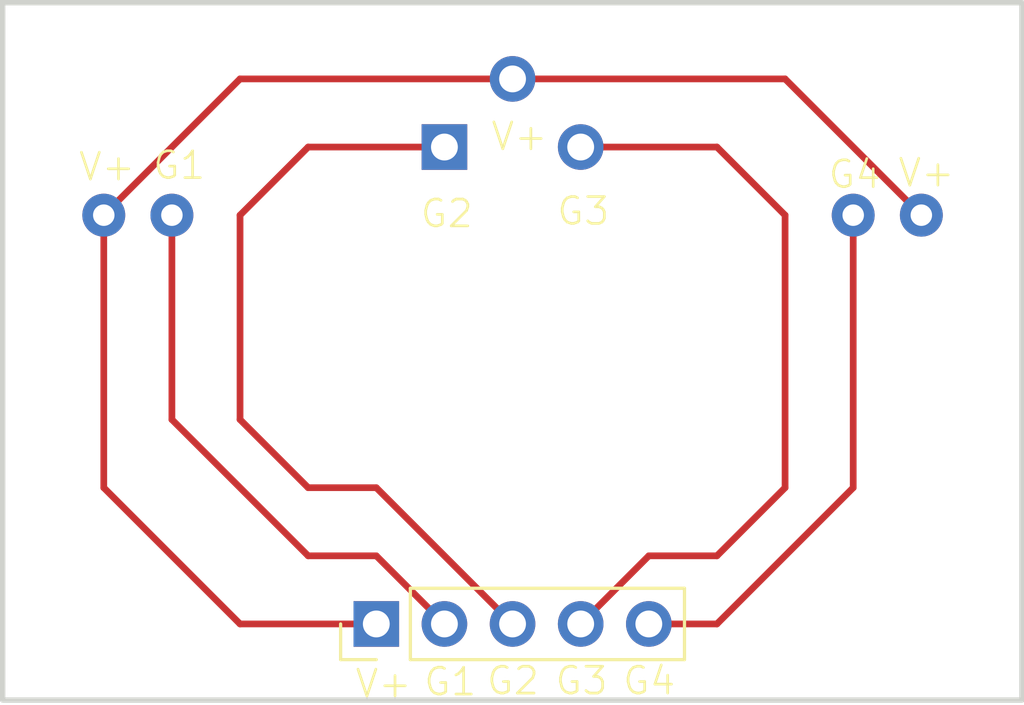
<source format=kicad_pcb>
(kicad_pcb (version 20221018) (generator pcbnew)
  (layers (0 "F.Cu" signal) (31 "B.Cu" signal) (34 "B.Paste" user) (35 "F.Paste" user) (36 "B.SilkS" user "B.Silkscreen") (37 "F.SilkS" user "F.Silkscreen") (38 "B.Mask" user) (39 "F.Mask" user) (44 "Edge.Cuts" user))
  (net 0 "")
  (net 1 "Net-(J1-Pin_1)")
  (net 2 "Net-(J1-Pin_3)")
  (net 3 "Net-(J1-Pin_4)")
  (net 4 "Net-(J1-Pin_5)")
  (net 5 "Net-(J1-Pin_2)")
  (footprint "OptoDevice:R_LDR_4.9x4.2mm_P2.54mm_Vertical" (layer "F.Cu") (at 109.22 88.9)
    (fp_text reference "R4" hide)
    (fp_text value "R" hide)
    (fp_text user "V+" (at 1.615661 -0.993148 unlocked) (layer "F.SilkS") (effects (font (thickness 0.1)) (justify left bottom)))
    (fp_text user "G4" (at -0.987576 -0.936556 unlocked) (layer "F.SilkS") (effects (font (thickness 0.1)) (justify left bottom)))
    (pad "1" thru_hole circle (at 0 0) (size 1.6 1.6) (drill 0.8) (layers "*.Cu" "*.Mask") (net 4 "Net-(J1-Pin_5)"))
    (pad "2" thru_hole circle (at 2.54 0) (size 1.6 1.6) (drill 0.8) (layers "*.Cu" "*.Mask") (net 1 "Net-(J1-Pin_1)"))
  )
  (footprint "MountingHole:MountingHole_2.2mm_M2" (layer "F.Cu") (at 96.52 93.98)
    (fp_text reference "H1" hide)
    (fp_text value "MountingHole" hide)
    (pad "" np_thru_hole circle (at 0 0) (size 2.2 2.2) (drill 2.2) (layers "*.Cu" "*.Mask"))
  )
  (footprint "Connector_PinHeader_2.54mm:PinHeader_1x03_P2.54mm_Vertical" (layer "F.Cu") (at 93.98 86.36 90)
    (fp_text reference "J5" hide)
    (fp_text value "Conn_01x03_Pin" hide)
    (fp_text user "G3" (at -2.973926 4.134269 unlocked) (layer "F.SilkS") (effects (font (thickness 0.1)) (justify left bottom)))
    (fp_text user "V+" (at -0.191361 1.681547 unlocked) (layer "F.SilkS") (effects (font (thickness 0.1)) (justify left bottom)))
    (fp_text user "G2" (at -3.065903 -0.955129 unlocked) (layer "F.SilkS") (effects (font (thickness 0.1)) (justify left bottom)))
    (pad "1" thru_hole rect (at 0 0 90) (size 1.7 1.7) (drill 1) (layers "*.Cu" "*.Mask") (net 2 "Net-(J1-Pin_3)"))
    (pad "2" thru_hole oval (at 2.54 2.54 90) (size 1.7 1.7) (drill 1) (layers "*.Cu" "*.Mask") (net 1 "Net-(J1-Pin_1)"))
    (pad "3" thru_hole oval (at 0 5.08 90) (size 1.7 1.7) (drill 1) (layers "*.Cu" "*.Mask") (net 3 "Net-(J1-Pin_4)"))
  )
  (footprint "Connector_PinHeader_2.54mm:PinHeader_1x05_P2.54mm_Vertical" (layer "F.Cu") (at 91.44 104.14 90)
    (fp_text reference "J1" hide)
    (fp_text value "Conn_01x05" hide)
    (fp_text user "G3" (at -2.703713 6.60954 unlocked) (layer "F.SilkS") (effects (font (thickness 0.1)) (justify left bottom)))
    (fp_text user "V+" (at -2.813323 -0.84394 unlocked) (layer "F.SilkS") (effects (font (thickness 0.1)) (justify left bottom)))
    (fp_text user "G4" (at -2.703713 9.13057 unlocked) (layer "F.SilkS") (effects (font (thickness 0.1)) (justify left bottom)))
    (fp_text user "G2" (at -2.703713 4.051973 unlocked) (layer "F.SilkS") (effects (font (thickness 0.1)) (justify left bottom)))
    (fp_text user "G1" (at -2.74025 1.713626 unlocked) (layer "F.SilkS") (effects (font (thickness 0.1)) (justify left bottom)))
    (fp_line (start -1.33 -1.33) (end 0 -1.33) (stroke (width 0.12)) (layer "F.SilkS"))
    (fp_line (start -1.33 0) (end -1.33 -1.33) (stroke (width 0.12)) (layer "F.SilkS"))
    (fp_line (start -1.33 1.27) (end -1.33 11.49) (stroke (width 0.12)) (layer "F.SilkS"))
    (fp_line (start -1.33 1.27) (end 1.33 1.27) (stroke (width 0.12)) (layer "F.SilkS"))
    (fp_line (start -1.33 11.49) (end 1.33 11.49) (stroke (width 0.12)) (layer "F.SilkS"))
    (fp_line (start 1.33 1.27) (end 1.33 11.49) (stroke (width 0.12)) (layer "F.SilkS"))
    (pad "1" thru_hole rect (at 0 0 90) (size 1.7 1.7) (drill 1) (layers "*.Cu" "*.Mask") (net 1 "Net-(J1-Pin_1)"))
    (pad "2" thru_hole oval (at 0 2.54 90) (size 1.7 1.7) (drill 1) (layers "*.Cu" "*.Mask") (net 5 "Net-(J1-Pin_2)"))
    (pad "3" thru_hole oval (at 0 5.08 90) (size 1.7 1.7) (drill 1) (layers "*.Cu" "*.Mask") (net 2 "Net-(J1-Pin_3)"))
    (pad "4" thru_hole oval (at 0 7.62 90) (size 1.7 1.7) (drill 1) (layers "*.Cu" "*.Mask") (net 3 "Net-(J1-Pin_4)"))
    (pad "5" thru_hole oval (at 0 10.16 90) (size 1.7 1.7) (drill 1) (layers "*.Cu" "*.Mask") (net 4 "Net-(J1-Pin_5)"))
  )
  (footprint "OptoDevice:R_LDR_4.9x4.2mm_P2.54mm_Vertical" (layer "F.Cu") (at 81.28 88.9)
    (fp_text reference "R1" hide)
    (fp_text value "R" hide)
    (fp_text user "G1" (at 1.76936 -1.273322 unlocked) (layer "F.SilkS") (effects (font (thickness 0.1)) (justify left bottom)))
    (fp_text user "V+" (at -0.993685 -1.219874 unlocked) (layer "F.SilkS") (effects (font (thickness 0.1)) (justify left bottom)))
    (pad "1" thru_hole circle (at 0 0) (size 1.6 1.6) (drill 0.8) (layers "*.Cu" "*.Mask") (net 1 "Net-(J1-Pin_1)"))
    (pad "2" thru_hole circle (at 2.54 0) (size 1.6 1.6) (drill 0.8) (layers "*.Cu" "*.Mask") (net 5 "Net-(J1-Pin_2)"))
  )
  (gr_rect (start 77.511114 80.978086) (end 115.511114 106.978086) (stroke (width 0.2)) (fill none) (layer "Edge.Cuts"))
  (segment (start 106.68 83.82) (end 111.76 88.9) (width 0.25) (layer "F.Cu") (net 1))
  (segment (start 96.52 83.82) (end 106.68 83.82) (width 0.25) (layer "F.Cu") (net 1))
  (segment (start 86.36 104.14) (end 91.44 104.14) (width 0.25) (layer "F.Cu") (net 1))
  (segment (start 86.36 83.82) (end 81.28 88.9) (width 0.25) (layer "F.Cu") (net 1))
  (segment (start 96.52 83.82) (end 86.36 83.82) (width 0.25) (layer "F.Cu") (net 1))
  (segment (start 81.28 88.9) (end 81.28 99.06) (width 0.25) (layer "F.Cu") (net 1))
  (segment (start 81.28 99.06) (end 86.36 104.14) (width 0.25) (layer "F.Cu") (net 1))
  (segment (start 88.9 86.36) (end 86.36 88.9) (width 0.25) (layer "F.Cu") (net 2))
  (segment (start 88.9 99.06) (end 91.44 99.06) (width 0.25) (layer "F.Cu") (net 2))
  (segment (start 86.36 88.9) (end 86.36 96.52) (width 0.25) (layer "F.Cu") (net 2))
  (segment (start 91.44 99.06) (end 96.52 104.14) (width 0.25) (layer "F.Cu") (net 2))
  (segment (start 86.36 96.52) (end 88.9 99.06) (width 0.25) (layer "F.Cu") (net 2))
  (segment (start 93.98 86.36) (end 88.9 86.36) (width 0.25) (layer "F.Cu") (net 2))
  (segment (start 106.68 88.9) (end 106.68 99.06) (width 0.25) (layer "F.Cu") (net 3))
  (segment (start 106.68 99.06) (end 104.14 101.6) (width 0.25) (layer "F.Cu") (net 3))
  (segment (start 104.14 86.36) (end 106.68 88.9) (width 0.25) (layer "F.Cu") (net 3))
  (segment (start 99.06 86.36) (end 104.14 86.36) (width 0.25) (layer "F.Cu") (net 3))
  (segment (start 104.14 101.6) (end 101.6 101.6) (width 0.25) (layer "F.Cu") (net 3))
  (segment (start 101.6 101.6) (end 99.06 104.14) (width 0.25) (layer "F.Cu") (net 3))
  (segment (start 109.22 99.06) (end 109.22 88.9) (width 0.25) (layer "F.Cu") (net 4))
  (segment (start 104.14 104.14) (end 109.22 99.06) (width 0.25) (layer "F.Cu") (net 4))
  (segment (start 101.6 104.14) (end 104.14 104.14) (width 0.25) (layer "F.Cu") (net 4))
  (segment (start 83.82 88.9) (end 83.82 96.52) (width 0.25) (layer "F.Cu") (net 5))
  (segment (start 91.44 101.6) (end 93.98 104.14) (width 0.25) (layer "F.Cu") (net 5))
  (segment (start 83.82 96.52) (end 88.9 101.6) (width 0.25) (layer "F.Cu") (net 5))
  (segment (start 88.9 101.6) (end 91.44 101.6) (width 0.25) (layer "F.Cu") (net 5))
)
</source>
